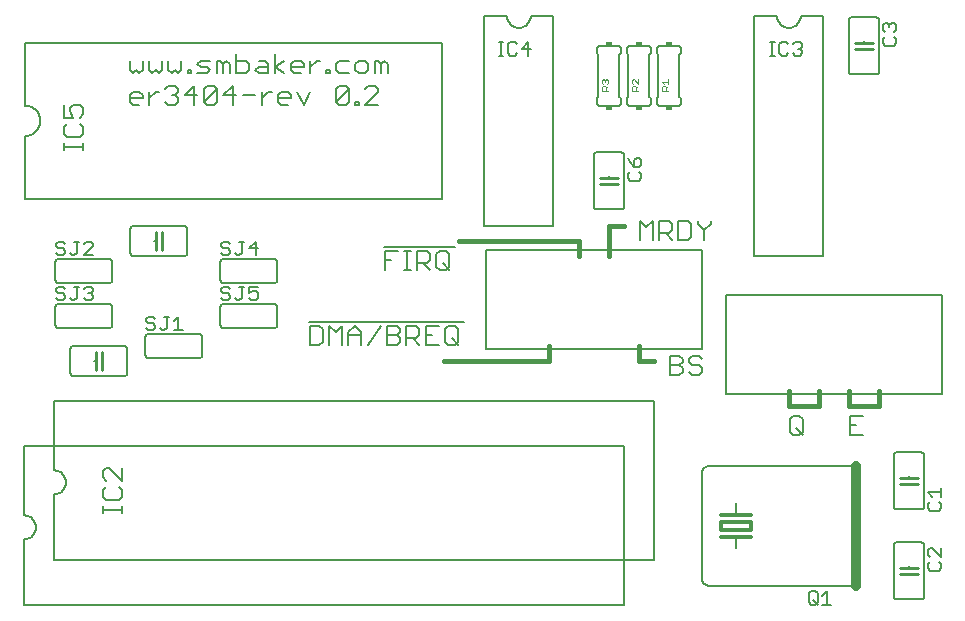
<source format=gto>
G75*
%MOIN*%
%OFA0B0*%
%FSLAX24Y24*%
%IPPOS*%
%LPD*%
%AMOC8*
5,1,8,0,0,1.08239X$1,22.5*
%
%ADD10C,0.0160*%
%ADD11C,0.0060*%
%ADD12C,0.0100*%
%ADD13C,0.0050*%
%ADD14C,0.0070*%
%ADD15C,0.0320*%
%ADD16C,0.0120*%
%ADD17R,0.0200X0.0150*%
%ADD18C,0.0020*%
D10*
X015180Y010180D02*
X018680Y010180D01*
X018680Y010680D01*
X021680Y010680D02*
X021680Y010180D01*
X022180Y010180D01*
X026680Y009180D02*
X026680Y008680D01*
X027680Y008680D01*
X027680Y009180D01*
X028680Y009180D02*
X028680Y008680D01*
X029680Y008680D01*
X029680Y009180D01*
X021180Y014680D02*
X020680Y014680D01*
X020680Y013680D01*
X019680Y013680D02*
X019680Y014180D01*
X015680Y014180D01*
D11*
X001180Y004230D02*
X001180Y002030D01*
X021180Y002030D01*
X021180Y007330D01*
X001180Y007330D01*
X001180Y005030D01*
X001219Y005028D01*
X001258Y005022D01*
X001296Y005013D01*
X001333Y005000D01*
X001369Y004983D01*
X001402Y004963D01*
X001434Y004939D01*
X001463Y004913D01*
X001489Y004884D01*
X001513Y004852D01*
X001533Y004819D01*
X001550Y004783D01*
X001563Y004746D01*
X001572Y004708D01*
X001578Y004669D01*
X001580Y004630D01*
X001578Y004591D01*
X001572Y004552D01*
X001563Y004514D01*
X001550Y004477D01*
X001533Y004441D01*
X001513Y004408D01*
X001489Y004376D01*
X001463Y004347D01*
X001434Y004321D01*
X001402Y004297D01*
X001369Y004277D01*
X001333Y004260D01*
X001296Y004247D01*
X001258Y004238D01*
X001219Y004232D01*
X001180Y004230D01*
X002180Y003530D02*
X002180Y005730D01*
X002219Y005732D01*
X002258Y005738D01*
X002296Y005747D01*
X002333Y005760D01*
X002369Y005777D01*
X002402Y005797D01*
X002434Y005821D01*
X002463Y005847D01*
X002489Y005876D01*
X002513Y005908D01*
X002533Y005941D01*
X002550Y005977D01*
X002563Y006014D01*
X002572Y006052D01*
X002578Y006091D01*
X002580Y006130D01*
X002578Y006169D01*
X002572Y006208D01*
X002563Y006246D01*
X002550Y006283D01*
X002533Y006319D01*
X002513Y006352D01*
X002489Y006384D01*
X002463Y006413D01*
X002434Y006439D01*
X002402Y006463D01*
X002369Y006483D01*
X002333Y006500D01*
X002296Y006513D01*
X002258Y006522D01*
X002219Y006528D01*
X002180Y006530D01*
X002180Y008830D01*
X022180Y008830D01*
X022180Y003530D01*
X002180Y003530D01*
X003809Y005110D02*
X003809Y005324D01*
X003809Y005217D02*
X004450Y005217D01*
X004450Y005110D02*
X004450Y005324D01*
X004343Y005540D02*
X003916Y005540D01*
X003809Y005646D01*
X003809Y005860D01*
X003916Y005967D01*
X003916Y006184D02*
X003809Y006291D01*
X003809Y006505D01*
X003916Y006611D01*
X004023Y006611D01*
X004450Y006184D01*
X004450Y006611D01*
X004343Y005967D02*
X004450Y005860D01*
X004450Y005646D01*
X004343Y005540D01*
X004530Y009680D02*
X002830Y009680D01*
X002813Y009682D01*
X002796Y009686D01*
X002780Y009693D01*
X002766Y009703D01*
X002753Y009716D01*
X002743Y009730D01*
X002736Y009746D01*
X002732Y009763D01*
X002730Y009780D01*
X002730Y010580D01*
X002732Y010597D01*
X002736Y010614D01*
X002743Y010630D01*
X002753Y010644D01*
X002766Y010657D01*
X002780Y010667D01*
X002796Y010674D01*
X002813Y010678D01*
X002830Y010680D01*
X004530Y010680D01*
X004547Y010678D01*
X004564Y010674D01*
X004580Y010667D01*
X004594Y010657D01*
X004607Y010644D01*
X004617Y010630D01*
X004624Y010614D01*
X004628Y010597D01*
X004630Y010580D01*
X004630Y009780D01*
X004628Y009763D01*
X004624Y009746D01*
X004617Y009730D01*
X004607Y009716D01*
X004594Y009703D01*
X004580Y009693D01*
X004564Y009686D01*
X004547Y009682D01*
X004530Y009680D01*
X003830Y010180D02*
X003780Y010180D01*
X003580Y010180D02*
X003530Y010180D01*
X004030Y011280D02*
X002330Y011280D01*
X002313Y011282D01*
X002296Y011286D01*
X002280Y011293D01*
X002266Y011303D01*
X002253Y011316D01*
X002243Y011330D01*
X002236Y011346D01*
X002232Y011363D01*
X002230Y011380D01*
X002230Y011980D01*
X002232Y011997D01*
X002236Y012014D01*
X002243Y012030D01*
X002253Y012044D01*
X002266Y012057D01*
X002280Y012067D01*
X002296Y012074D01*
X002313Y012078D01*
X002330Y012080D01*
X004030Y012080D01*
X004047Y012078D01*
X004064Y012074D01*
X004080Y012067D01*
X004094Y012057D01*
X004107Y012044D01*
X004117Y012030D01*
X004124Y012014D01*
X004128Y011997D01*
X004130Y011980D01*
X004130Y011380D01*
X004128Y011363D01*
X004124Y011346D01*
X004117Y011330D01*
X004107Y011316D01*
X004094Y011303D01*
X004080Y011293D01*
X004064Y011286D01*
X004047Y011282D01*
X004030Y011280D01*
X005230Y010980D02*
X005230Y010380D01*
X005232Y010363D01*
X005236Y010346D01*
X005243Y010330D01*
X005253Y010316D01*
X005266Y010303D01*
X005280Y010293D01*
X005296Y010286D01*
X005313Y010282D01*
X005330Y010280D01*
X007030Y010280D01*
X007047Y010282D01*
X007064Y010286D01*
X007080Y010293D01*
X007094Y010303D01*
X007107Y010316D01*
X007117Y010330D01*
X007124Y010346D01*
X007128Y010363D01*
X007130Y010380D01*
X007130Y010980D01*
X007128Y010997D01*
X007124Y011014D01*
X007117Y011030D01*
X007107Y011044D01*
X007094Y011057D01*
X007080Y011067D01*
X007064Y011074D01*
X007047Y011078D01*
X007030Y011080D01*
X005330Y011080D01*
X005313Y011078D01*
X005296Y011074D01*
X005280Y011067D01*
X005266Y011057D01*
X005253Y011044D01*
X005243Y011030D01*
X005236Y011014D01*
X005232Y010997D01*
X005230Y010980D01*
X004030Y012780D02*
X002330Y012780D01*
X002313Y012782D01*
X002296Y012786D01*
X002280Y012793D01*
X002266Y012803D01*
X002253Y012816D01*
X002243Y012830D01*
X002236Y012846D01*
X002232Y012863D01*
X002230Y012880D01*
X002230Y013480D01*
X002232Y013497D01*
X002236Y013514D01*
X002243Y013530D01*
X002253Y013544D01*
X002266Y013557D01*
X002280Y013567D01*
X002296Y013574D01*
X002313Y013578D01*
X002330Y013580D01*
X004030Y013580D01*
X004047Y013578D01*
X004064Y013574D01*
X004080Y013567D01*
X004094Y013557D01*
X004107Y013544D01*
X004117Y013530D01*
X004124Y013514D01*
X004128Y013497D01*
X004130Y013480D01*
X004130Y012880D01*
X004128Y012863D01*
X004124Y012846D01*
X004117Y012830D01*
X004107Y012816D01*
X004094Y012803D01*
X004080Y012793D01*
X004064Y012786D01*
X004047Y012782D01*
X004030Y012780D01*
X004830Y013680D02*
X006530Y013680D01*
X006547Y013682D01*
X006564Y013686D01*
X006580Y013693D01*
X006594Y013703D01*
X006607Y013716D01*
X006617Y013730D01*
X006624Y013746D01*
X006628Y013763D01*
X006630Y013780D01*
X006630Y014580D01*
X006628Y014597D01*
X006624Y014614D01*
X006617Y014630D01*
X006607Y014644D01*
X006594Y014657D01*
X006580Y014667D01*
X006564Y014674D01*
X006547Y014678D01*
X006530Y014680D01*
X004830Y014680D01*
X004813Y014678D01*
X004796Y014674D01*
X004780Y014667D01*
X004766Y014657D01*
X004753Y014644D01*
X004743Y014630D01*
X004736Y014614D01*
X004732Y014597D01*
X004730Y014580D01*
X004730Y013780D01*
X004732Y013763D01*
X004736Y013746D01*
X004743Y013730D01*
X004753Y013716D01*
X004766Y013703D01*
X004780Y013693D01*
X004796Y013686D01*
X004813Y013682D01*
X004830Y013680D01*
X005530Y014180D02*
X005580Y014180D01*
X005780Y014180D02*
X005830Y014180D01*
X007730Y013480D02*
X007730Y012880D01*
X007732Y012863D01*
X007736Y012846D01*
X007743Y012830D01*
X007753Y012816D01*
X007766Y012803D01*
X007780Y012793D01*
X007796Y012786D01*
X007813Y012782D01*
X007830Y012780D01*
X009530Y012780D01*
X009547Y012782D01*
X009564Y012786D01*
X009580Y012793D01*
X009594Y012803D01*
X009607Y012816D01*
X009617Y012830D01*
X009624Y012846D01*
X009628Y012863D01*
X009630Y012880D01*
X009630Y013480D01*
X009628Y013497D01*
X009624Y013514D01*
X009617Y013530D01*
X009607Y013544D01*
X009594Y013557D01*
X009580Y013567D01*
X009564Y013574D01*
X009547Y013578D01*
X009530Y013580D01*
X007830Y013580D01*
X007813Y013578D01*
X007796Y013574D01*
X007780Y013567D01*
X007766Y013557D01*
X007753Y013544D01*
X007743Y013530D01*
X007736Y013514D01*
X007732Y013497D01*
X007730Y013480D01*
X007830Y012080D02*
X009530Y012080D01*
X009547Y012078D01*
X009564Y012074D01*
X009580Y012067D01*
X009594Y012057D01*
X009607Y012044D01*
X009617Y012030D01*
X009624Y012014D01*
X009628Y011997D01*
X009630Y011980D01*
X009630Y011380D01*
X009628Y011363D01*
X009624Y011346D01*
X009617Y011330D01*
X009607Y011316D01*
X009594Y011303D01*
X009580Y011293D01*
X009564Y011286D01*
X009547Y011282D01*
X009530Y011280D01*
X007830Y011280D01*
X007813Y011282D01*
X007796Y011286D01*
X007780Y011293D01*
X007766Y011303D01*
X007753Y011316D01*
X007743Y011330D01*
X007736Y011346D01*
X007732Y011363D01*
X007730Y011380D01*
X007730Y011980D01*
X007732Y011997D01*
X007736Y012014D01*
X007743Y012030D01*
X007753Y012044D01*
X007766Y012057D01*
X007780Y012067D01*
X007796Y012074D01*
X007813Y012078D01*
X007830Y012080D01*
X010680Y011470D02*
X015836Y011470D01*
X015649Y011244D02*
X015649Y010817D01*
X015542Y010710D01*
X015329Y010710D01*
X015222Y010817D01*
X015222Y011244D01*
X015329Y011351D01*
X015542Y011351D01*
X015649Y011244D01*
X015435Y010924D02*
X015649Y010710D01*
X015004Y010710D02*
X014577Y010710D01*
X014577Y011351D01*
X015004Y011351D01*
X014791Y011030D02*
X014577Y011030D01*
X014360Y011030D02*
X014253Y010924D01*
X013933Y010924D01*
X014146Y010924D02*
X014360Y010710D01*
X013933Y010710D02*
X013933Y011351D01*
X014253Y011351D01*
X014360Y011244D01*
X014360Y011030D01*
X013715Y010924D02*
X013715Y010817D01*
X013608Y010710D01*
X013288Y010710D01*
X013288Y011351D01*
X013608Y011351D01*
X013715Y011244D01*
X013715Y011137D01*
X013608Y011030D01*
X013288Y011030D01*
X013608Y011030D02*
X013715Y010924D01*
X013071Y011351D02*
X012644Y010710D01*
X012426Y010710D02*
X012426Y011137D01*
X012213Y011351D01*
X011999Y011137D01*
X011999Y010710D01*
X011782Y010710D02*
X011782Y011351D01*
X011568Y011137D01*
X011355Y011351D01*
X011355Y010710D01*
X011137Y010817D02*
X011137Y011244D01*
X011030Y011351D01*
X010710Y011351D01*
X010710Y010710D01*
X011030Y010710D01*
X011137Y010817D01*
X011999Y011030D02*
X012426Y011030D01*
X013210Y013210D02*
X013210Y013851D01*
X013637Y013851D01*
X013855Y013851D02*
X014068Y013851D01*
X013961Y013851D02*
X013961Y013210D01*
X013855Y013210D02*
X014068Y013210D01*
X014284Y013210D02*
X014284Y013851D01*
X014605Y013851D01*
X014711Y013744D01*
X014711Y013530D01*
X014605Y013424D01*
X014284Y013424D01*
X014498Y013424D02*
X014711Y013210D01*
X014929Y013317D02*
X015036Y013210D01*
X015249Y013210D01*
X015356Y013317D01*
X015356Y013744D01*
X015249Y013851D01*
X015036Y013851D01*
X014929Y013744D01*
X014929Y013317D01*
X015142Y013424D02*
X015356Y013210D01*
X015543Y013970D02*
X013180Y013970D01*
X013210Y013530D02*
X013424Y013530D01*
X015130Y015580D02*
X001230Y015580D01*
X001230Y017680D01*
X001274Y017682D01*
X001317Y017688D01*
X001359Y017697D01*
X001401Y017710D01*
X001441Y017727D01*
X001480Y017747D01*
X001517Y017770D01*
X001551Y017797D01*
X001584Y017826D01*
X001613Y017859D01*
X001640Y017893D01*
X001663Y017930D01*
X001683Y017969D01*
X001700Y018009D01*
X001713Y018051D01*
X001722Y018093D01*
X001728Y018136D01*
X001730Y018180D01*
X001728Y018224D01*
X001722Y018267D01*
X001713Y018309D01*
X001700Y018351D01*
X001683Y018391D01*
X001663Y018430D01*
X001640Y018467D01*
X001613Y018501D01*
X001584Y018534D01*
X001551Y018563D01*
X001517Y018590D01*
X001480Y018613D01*
X001441Y018633D01*
X001401Y018650D01*
X001359Y018663D01*
X001317Y018672D01*
X001274Y018678D01*
X001230Y018680D01*
X001230Y020780D01*
X015130Y020780D01*
X015130Y015580D01*
X016530Y014680D02*
X018830Y014680D01*
X018830Y021680D01*
X018080Y021680D01*
X018078Y021641D01*
X018072Y021602D01*
X018063Y021564D01*
X018050Y021527D01*
X018033Y021491D01*
X018013Y021458D01*
X017989Y021426D01*
X017963Y021397D01*
X017934Y021371D01*
X017902Y021347D01*
X017869Y021327D01*
X017833Y021310D01*
X017796Y021297D01*
X017758Y021288D01*
X017719Y021282D01*
X017680Y021280D01*
X017641Y021282D01*
X017602Y021288D01*
X017564Y021297D01*
X017527Y021310D01*
X017491Y021327D01*
X017458Y021347D01*
X017426Y021371D01*
X017397Y021397D01*
X017371Y021426D01*
X017347Y021458D01*
X017327Y021491D01*
X017310Y021527D01*
X017297Y021564D01*
X017288Y021602D01*
X017282Y021641D01*
X017280Y021680D01*
X016530Y021680D01*
X016530Y014680D01*
X020180Y015330D02*
X020180Y017030D01*
X020182Y017047D01*
X020186Y017064D01*
X020193Y017080D01*
X020203Y017094D01*
X020216Y017107D01*
X020230Y017117D01*
X020246Y017124D01*
X020263Y017128D01*
X020280Y017130D01*
X021080Y017130D01*
X021097Y017128D01*
X021114Y017124D01*
X021130Y017117D01*
X021144Y017107D01*
X021157Y017094D01*
X021167Y017080D01*
X021174Y017064D01*
X021178Y017047D01*
X021180Y017030D01*
X021180Y015330D01*
X021178Y015313D01*
X021174Y015296D01*
X021167Y015280D01*
X021157Y015266D01*
X021144Y015253D01*
X021130Y015243D01*
X021114Y015236D01*
X021097Y015232D01*
X021080Y015230D01*
X020280Y015230D01*
X020263Y015232D01*
X020246Y015236D01*
X020230Y015243D01*
X020216Y015253D01*
X020203Y015266D01*
X020193Y015280D01*
X020186Y015296D01*
X020182Y015313D01*
X020180Y015330D01*
X020680Y016030D02*
X020680Y016080D01*
X020680Y016280D02*
X020680Y016330D01*
X021710Y014851D02*
X021924Y014637D01*
X022137Y014851D01*
X022137Y014210D01*
X022355Y014210D02*
X022355Y014851D01*
X022675Y014851D01*
X022782Y014744D01*
X022782Y014530D01*
X022675Y014424D01*
X022355Y014424D01*
X022568Y014424D02*
X022782Y014210D01*
X022999Y014210D02*
X023319Y014210D01*
X023426Y014317D01*
X023426Y014744D01*
X023319Y014851D01*
X022999Y014851D01*
X022999Y014210D01*
X023644Y014744D02*
X023857Y014530D01*
X023857Y014210D01*
X023857Y014530D02*
X024071Y014744D01*
X024071Y014851D01*
X023644Y014851D02*
X023644Y014744D01*
X025530Y013680D02*
X027830Y013680D01*
X027830Y021680D01*
X027080Y021680D01*
X027078Y021641D01*
X027072Y021602D01*
X027063Y021564D01*
X027050Y021527D01*
X027033Y021491D01*
X027013Y021458D01*
X026989Y021426D01*
X026963Y021397D01*
X026934Y021371D01*
X026902Y021347D01*
X026869Y021327D01*
X026833Y021310D01*
X026796Y021297D01*
X026758Y021288D01*
X026719Y021282D01*
X026680Y021280D01*
X026641Y021282D01*
X026602Y021288D01*
X026564Y021297D01*
X026527Y021310D01*
X026491Y021327D01*
X026458Y021347D01*
X026426Y021371D01*
X026397Y021397D01*
X026371Y021426D01*
X026347Y021458D01*
X026327Y021491D01*
X026310Y021527D01*
X026297Y021564D01*
X026288Y021602D01*
X026282Y021641D01*
X026280Y021680D01*
X025530Y021680D01*
X025530Y013680D01*
X021710Y014210D02*
X021710Y014851D01*
X021980Y018680D02*
X021380Y018680D01*
X021363Y018682D01*
X021346Y018686D01*
X021330Y018693D01*
X021316Y018703D01*
X021303Y018716D01*
X021293Y018730D01*
X021286Y018746D01*
X021282Y018763D01*
X021280Y018780D01*
X021280Y018930D01*
X021330Y018980D01*
X021330Y020380D01*
X021280Y020430D01*
X021280Y020580D01*
X021282Y020597D01*
X021286Y020614D01*
X021293Y020630D01*
X021303Y020644D01*
X021316Y020657D01*
X021330Y020667D01*
X021346Y020674D01*
X021363Y020678D01*
X021380Y020680D01*
X021980Y020680D01*
X021997Y020678D01*
X022014Y020674D01*
X022030Y020667D01*
X022044Y020657D01*
X022057Y020644D01*
X022067Y020630D01*
X022074Y020614D01*
X022078Y020597D01*
X022080Y020580D01*
X022080Y020430D01*
X022030Y020380D01*
X022030Y018980D01*
X022080Y018930D01*
X022080Y018780D01*
X022078Y018763D01*
X022074Y018746D01*
X022067Y018730D01*
X022057Y018716D01*
X022044Y018703D01*
X022030Y018693D01*
X022014Y018686D01*
X021997Y018682D01*
X021980Y018680D01*
X022280Y018780D02*
X022280Y018930D01*
X022330Y018980D01*
X022330Y020380D01*
X022280Y020430D01*
X022280Y020580D01*
X022282Y020597D01*
X022286Y020614D01*
X022293Y020630D01*
X022303Y020644D01*
X022316Y020657D01*
X022330Y020667D01*
X022346Y020674D01*
X022363Y020678D01*
X022380Y020680D01*
X022980Y020680D01*
X022997Y020678D01*
X023014Y020674D01*
X023030Y020667D01*
X023044Y020657D01*
X023057Y020644D01*
X023067Y020630D01*
X023074Y020614D01*
X023078Y020597D01*
X023080Y020580D01*
X023080Y020430D01*
X023030Y020380D01*
X023030Y018980D01*
X023080Y018930D01*
X023080Y018780D01*
X023078Y018763D01*
X023074Y018746D01*
X023067Y018730D01*
X023057Y018716D01*
X023044Y018703D01*
X023030Y018693D01*
X023014Y018686D01*
X022997Y018682D01*
X022980Y018680D01*
X022380Y018680D01*
X022363Y018682D01*
X022346Y018686D01*
X022330Y018693D01*
X022316Y018703D01*
X022303Y018716D01*
X022293Y018730D01*
X022286Y018746D01*
X022282Y018763D01*
X022280Y018780D01*
X021080Y018780D02*
X021080Y018930D01*
X021030Y018980D01*
X021030Y020380D01*
X021080Y020430D01*
X021080Y020580D01*
X021078Y020597D01*
X021074Y020614D01*
X021067Y020630D01*
X021057Y020644D01*
X021044Y020657D01*
X021030Y020667D01*
X021014Y020674D01*
X020997Y020678D01*
X020980Y020680D01*
X020380Y020680D01*
X020363Y020678D01*
X020346Y020674D01*
X020330Y020667D01*
X020316Y020657D01*
X020303Y020644D01*
X020293Y020630D01*
X020286Y020614D01*
X020282Y020597D01*
X020280Y020580D01*
X020280Y020430D01*
X020330Y020380D01*
X020330Y018980D01*
X020280Y018930D01*
X020280Y018780D01*
X020282Y018763D01*
X020286Y018746D01*
X020293Y018730D01*
X020303Y018716D01*
X020316Y018703D01*
X020330Y018693D01*
X020346Y018686D01*
X020363Y018682D01*
X020380Y018680D01*
X020980Y018680D01*
X020997Y018682D01*
X021014Y018686D01*
X021030Y018693D01*
X021044Y018703D01*
X021057Y018716D01*
X021067Y018730D01*
X021074Y018746D01*
X021078Y018763D01*
X021080Y018780D01*
X028680Y019830D02*
X028680Y021530D01*
X028682Y021547D01*
X028686Y021564D01*
X028693Y021580D01*
X028703Y021594D01*
X028716Y021607D01*
X028730Y021617D01*
X028746Y021624D01*
X028763Y021628D01*
X028780Y021630D01*
X029580Y021630D01*
X029597Y021628D01*
X029614Y021624D01*
X029630Y021617D01*
X029644Y021607D01*
X029657Y021594D01*
X029667Y021580D01*
X029674Y021564D01*
X029678Y021547D01*
X029680Y021530D01*
X029680Y019830D01*
X029678Y019813D01*
X029674Y019796D01*
X029667Y019780D01*
X029657Y019766D01*
X029644Y019753D01*
X029630Y019743D01*
X029614Y019736D01*
X029597Y019732D01*
X029580Y019730D01*
X028780Y019730D01*
X028763Y019732D01*
X028746Y019736D01*
X028730Y019743D01*
X028716Y019753D01*
X028703Y019766D01*
X028693Y019780D01*
X028686Y019796D01*
X028682Y019813D01*
X028680Y019830D01*
X029180Y020530D02*
X029180Y020580D01*
X029180Y020780D02*
X029180Y020830D01*
X023675Y010351D02*
X023461Y010351D01*
X023355Y010244D01*
X023355Y010137D01*
X023461Y010030D01*
X023675Y010030D01*
X023782Y009924D01*
X023782Y009817D01*
X023675Y009710D01*
X023461Y009710D01*
X023355Y009817D01*
X023137Y009817D02*
X023137Y009924D01*
X023030Y010030D01*
X022710Y010030D01*
X022710Y009710D02*
X023030Y009710D01*
X023137Y009817D01*
X023030Y010030D02*
X023137Y010137D01*
X023137Y010244D01*
X023030Y010351D01*
X022710Y010351D01*
X022710Y009710D01*
X023675Y010351D02*
X023782Y010244D01*
X026710Y008244D02*
X026817Y008351D01*
X027030Y008351D01*
X027137Y008244D01*
X027137Y007817D01*
X027030Y007710D01*
X026817Y007710D01*
X026710Y007817D01*
X026710Y008244D01*
X026924Y007924D02*
X027137Y007710D01*
X028710Y007710D02*
X029137Y007710D01*
X028924Y008030D02*
X028710Y008030D01*
X028710Y007710D02*
X028710Y008351D01*
X029137Y008351D01*
X030280Y007130D02*
X031080Y007130D01*
X031097Y007128D01*
X031114Y007124D01*
X031130Y007117D01*
X031144Y007107D01*
X031157Y007094D01*
X031167Y007080D01*
X031174Y007064D01*
X031178Y007047D01*
X031180Y007030D01*
X031180Y005330D01*
X031178Y005313D01*
X031174Y005296D01*
X031167Y005280D01*
X031157Y005266D01*
X031144Y005253D01*
X031130Y005243D01*
X031114Y005236D01*
X031097Y005232D01*
X031080Y005230D01*
X030280Y005230D01*
X030263Y005232D01*
X030246Y005236D01*
X030230Y005243D01*
X030216Y005253D01*
X030203Y005266D01*
X030193Y005280D01*
X030186Y005296D01*
X030182Y005313D01*
X030180Y005330D01*
X030180Y007030D01*
X030182Y007047D01*
X030186Y007064D01*
X030193Y007080D01*
X030203Y007094D01*
X030216Y007107D01*
X030230Y007117D01*
X030246Y007124D01*
X030263Y007128D01*
X030280Y007130D01*
X030680Y006330D02*
X030680Y006280D01*
X030680Y006080D02*
X030680Y006030D01*
X028930Y006680D02*
X024030Y006680D01*
X024000Y006678D01*
X023970Y006673D01*
X023941Y006664D01*
X023914Y006651D01*
X023888Y006636D01*
X023864Y006617D01*
X023843Y006596D01*
X023824Y006572D01*
X023809Y006546D01*
X023796Y006519D01*
X023787Y006490D01*
X023782Y006460D01*
X023780Y006430D01*
X023780Y002930D01*
X023782Y002900D01*
X023787Y002870D01*
X023796Y002841D01*
X023809Y002814D01*
X023824Y002788D01*
X023843Y002764D01*
X023864Y002743D01*
X023888Y002724D01*
X023914Y002709D01*
X023941Y002696D01*
X023970Y002687D01*
X024000Y002682D01*
X024030Y002680D01*
X028930Y002680D01*
X030180Y002330D02*
X030180Y004030D01*
X030182Y004047D01*
X030186Y004064D01*
X030193Y004080D01*
X030203Y004094D01*
X030216Y004107D01*
X030230Y004117D01*
X030246Y004124D01*
X030263Y004128D01*
X030280Y004130D01*
X031080Y004130D01*
X031097Y004128D01*
X031114Y004124D01*
X031130Y004117D01*
X031144Y004107D01*
X031157Y004094D01*
X031167Y004080D01*
X031174Y004064D01*
X031178Y004047D01*
X031180Y004030D01*
X031180Y002330D01*
X031178Y002313D01*
X031174Y002296D01*
X031167Y002280D01*
X031157Y002266D01*
X031144Y002253D01*
X031130Y002243D01*
X031114Y002236D01*
X031097Y002232D01*
X031080Y002230D01*
X030280Y002230D01*
X030263Y002232D01*
X030246Y002236D01*
X030230Y002243D01*
X030216Y002253D01*
X030203Y002266D01*
X030193Y002280D01*
X030186Y002296D01*
X030182Y002313D01*
X030180Y002330D01*
X030680Y003030D02*
X030680Y003080D01*
X030680Y003280D02*
X030680Y003330D01*
X024930Y003930D02*
X024930Y004310D01*
X024930Y005050D02*
X024930Y005430D01*
X012979Y018710D02*
X012552Y018710D01*
X012979Y019137D01*
X012979Y019244D01*
X012872Y019351D01*
X012659Y019351D01*
X012552Y019244D01*
X012012Y019244D02*
X011585Y018817D01*
X011692Y018710D01*
X011905Y018710D01*
X012012Y018817D01*
X012012Y019244D01*
X011905Y019351D01*
X011692Y019351D01*
X011585Y019244D01*
X011585Y018817D01*
X012230Y018817D02*
X012230Y018710D01*
X012337Y018710D01*
X012337Y018817D01*
X012230Y018817D01*
X012337Y019760D02*
X012230Y019867D01*
X012230Y020080D01*
X012337Y020187D01*
X012550Y020187D01*
X012657Y020080D01*
X012657Y019867D01*
X012550Y019760D01*
X012337Y019760D01*
X012012Y019760D02*
X011692Y019760D01*
X011585Y019867D01*
X011585Y020080D01*
X011692Y020187D01*
X012012Y020187D01*
X011370Y019867D02*
X011370Y019760D01*
X011263Y019760D01*
X011263Y019867D01*
X011370Y019867D01*
X011046Y020187D02*
X010939Y020187D01*
X010726Y019974D01*
X010726Y020187D02*
X010726Y019760D01*
X010508Y019974D02*
X010081Y019974D01*
X010081Y020080D02*
X010188Y020187D01*
X010402Y020187D01*
X010508Y020080D01*
X010508Y019974D01*
X010402Y019760D02*
X010188Y019760D01*
X010081Y019867D01*
X010081Y020080D01*
X009864Y020187D02*
X009544Y019974D01*
X009864Y019760D01*
X009544Y019760D02*
X009544Y020401D01*
X009327Y020080D02*
X009220Y020187D01*
X009006Y020187D01*
X009006Y019974D02*
X009327Y019974D01*
X009327Y020080D02*
X009327Y019760D01*
X009006Y019760D01*
X008900Y019867D01*
X009006Y019974D01*
X008682Y020080D02*
X008682Y019867D01*
X008575Y019760D01*
X008255Y019760D01*
X008255Y020401D01*
X008255Y020187D02*
X008575Y020187D01*
X008682Y020080D01*
X008038Y020080D02*
X008038Y019760D01*
X007824Y019760D02*
X007824Y020080D01*
X007931Y020187D01*
X008038Y020080D01*
X007824Y020080D02*
X007717Y020187D01*
X007610Y020187D01*
X007610Y019760D01*
X007393Y019867D02*
X007286Y019974D01*
X007073Y019974D01*
X006966Y020080D01*
X007073Y020187D01*
X007393Y020187D01*
X007393Y019867D02*
X007286Y019760D01*
X006966Y019760D01*
X006750Y019760D02*
X006644Y019760D01*
X006644Y019867D01*
X006750Y019867D01*
X006750Y019760D01*
X006426Y019867D02*
X006426Y020187D01*
X005999Y020187D02*
X005999Y019867D01*
X006106Y019760D01*
X006213Y019867D01*
X006319Y019760D01*
X006426Y019867D01*
X006212Y019351D02*
X005998Y019351D01*
X005892Y019244D01*
X005675Y019137D02*
X005568Y019137D01*
X005355Y018924D01*
X005355Y019137D02*
X005355Y018710D01*
X005137Y018924D02*
X004710Y018924D01*
X004710Y019030D02*
X004710Y018817D01*
X004817Y018710D01*
X005030Y018710D01*
X005137Y018924D02*
X005137Y019030D01*
X005030Y019137D01*
X004817Y019137D01*
X004710Y019030D01*
X004817Y019760D02*
X004924Y019867D01*
X005030Y019760D01*
X005137Y019867D01*
X005137Y020187D01*
X005355Y020187D02*
X005355Y019867D01*
X005461Y019760D01*
X005568Y019867D01*
X005675Y019760D01*
X005782Y019867D01*
X005782Y020187D01*
X004817Y019760D02*
X004710Y019867D01*
X004710Y020187D01*
X006212Y019351D02*
X006319Y019244D01*
X006319Y019137D01*
X006212Y019030D01*
X006319Y018924D01*
X006319Y018817D01*
X006212Y018710D01*
X005998Y018710D01*
X005892Y018817D01*
X006105Y019030D02*
X006212Y019030D01*
X006536Y019030D02*
X006963Y019030D01*
X007181Y018817D02*
X007608Y019244D01*
X007608Y018817D01*
X007501Y018710D01*
X007288Y018710D01*
X007181Y018817D01*
X007181Y019244D01*
X007288Y019351D01*
X007501Y019351D01*
X007608Y019244D01*
X007825Y019030D02*
X008252Y019030D01*
X008470Y019030D02*
X008897Y019030D01*
X009114Y018924D02*
X009328Y019137D01*
X009435Y019137D01*
X009652Y019030D02*
X009758Y019137D01*
X009972Y019137D01*
X010079Y019030D01*
X010079Y018924D01*
X009652Y018924D01*
X009652Y019030D02*
X009652Y018817D01*
X009758Y018710D01*
X009972Y018710D01*
X010296Y019137D02*
X010510Y018710D01*
X010723Y019137D01*
X009114Y019137D02*
X009114Y018710D01*
X008146Y018710D02*
X008146Y019351D01*
X007825Y019030D01*
X006856Y018710D02*
X006856Y019351D01*
X006536Y019030D01*
X012874Y019760D02*
X012874Y020187D01*
X012981Y020187D01*
X013088Y020080D01*
X013195Y020187D01*
X013301Y020080D01*
X013301Y019760D01*
X013088Y019760D02*
X013088Y020080D01*
D12*
X020380Y016280D02*
X020680Y016280D01*
X020980Y016280D01*
X020980Y016080D02*
X020680Y016080D01*
X020380Y016080D01*
X028880Y020580D02*
X029180Y020580D01*
X029480Y020580D01*
X029480Y020780D02*
X029180Y020780D01*
X028880Y020780D01*
X030380Y006280D02*
X030680Y006280D01*
X030980Y006280D01*
X030980Y006080D02*
X030680Y006080D01*
X030380Y006080D01*
X030380Y003280D02*
X030680Y003280D01*
X030980Y003280D01*
X030980Y003080D02*
X030680Y003080D01*
X030380Y003080D01*
X005780Y013880D02*
X005780Y014180D01*
X005780Y014480D01*
X005580Y014480D02*
X005580Y014180D01*
X005580Y013880D01*
X003780Y010480D02*
X003780Y010180D01*
X003780Y009880D01*
X003580Y009880D02*
X003580Y010180D01*
X003580Y010480D01*
D13*
X005255Y011280D02*
X005330Y011205D01*
X005480Y011205D01*
X005555Y011280D01*
X005555Y011355D01*
X005480Y011430D01*
X005330Y011430D01*
X005255Y011505D01*
X005255Y011580D01*
X005330Y011655D01*
X005480Y011655D01*
X005555Y011580D01*
X005866Y011655D02*
X006016Y011655D01*
X005941Y011655D02*
X005941Y011280D01*
X005866Y011205D01*
X005790Y011205D01*
X005715Y011280D01*
X006176Y011205D02*
X006476Y011205D01*
X006326Y011205D02*
X006326Y011655D01*
X006176Y011505D01*
X007755Y012280D02*
X007830Y012205D01*
X007980Y012205D01*
X008055Y012280D01*
X008055Y012355D01*
X007980Y012430D01*
X007830Y012430D01*
X007755Y012505D01*
X007755Y012580D01*
X007830Y012655D01*
X007980Y012655D01*
X008055Y012580D01*
X008366Y012655D02*
X008516Y012655D01*
X008441Y012655D02*
X008441Y012280D01*
X008366Y012205D01*
X008290Y012205D01*
X008215Y012280D01*
X008676Y012280D02*
X008751Y012205D01*
X008901Y012205D01*
X008976Y012280D01*
X008976Y012430D01*
X008901Y012505D01*
X008826Y012505D01*
X008676Y012430D01*
X008676Y012655D01*
X008976Y012655D01*
X008901Y013705D02*
X008901Y014155D01*
X008676Y013930D01*
X008976Y013930D01*
X008516Y014155D02*
X008366Y014155D01*
X008441Y014155D02*
X008441Y013780D01*
X008366Y013705D01*
X008290Y013705D01*
X008215Y013780D01*
X008055Y013780D02*
X007980Y013705D01*
X007830Y013705D01*
X007755Y013780D01*
X007830Y013930D02*
X007755Y014005D01*
X007755Y014080D01*
X007830Y014155D01*
X007980Y014155D01*
X008055Y014080D01*
X007980Y013930D02*
X008055Y013855D01*
X008055Y013780D01*
X007980Y013930D02*
X007830Y013930D01*
X003476Y014005D02*
X003476Y014080D01*
X003401Y014155D01*
X003251Y014155D01*
X003176Y014080D01*
X003016Y014155D02*
X002866Y014155D01*
X002941Y014155D02*
X002941Y013780D01*
X002866Y013705D01*
X002790Y013705D01*
X002715Y013780D01*
X002555Y013780D02*
X002480Y013705D01*
X002330Y013705D01*
X002255Y013780D01*
X002330Y013930D02*
X002255Y014005D01*
X002255Y014080D01*
X002330Y014155D01*
X002480Y014155D01*
X002555Y014080D01*
X002480Y013930D02*
X002555Y013855D01*
X002555Y013780D01*
X002480Y013930D02*
X002330Y013930D01*
X003176Y013705D02*
X003476Y014005D01*
X003476Y013705D02*
X003176Y013705D01*
X003251Y012655D02*
X003176Y012580D01*
X003251Y012655D02*
X003401Y012655D01*
X003476Y012580D01*
X003476Y012505D01*
X003401Y012430D01*
X003476Y012355D01*
X003476Y012280D01*
X003401Y012205D01*
X003251Y012205D01*
X003176Y012280D01*
X003326Y012430D02*
X003401Y012430D01*
X003016Y012655D02*
X002866Y012655D01*
X002941Y012655D02*
X002941Y012280D01*
X002866Y012205D01*
X002790Y012205D01*
X002715Y012280D01*
X002555Y012280D02*
X002555Y012355D01*
X002480Y012430D01*
X002330Y012430D01*
X002255Y012505D01*
X002255Y012580D01*
X002330Y012655D01*
X002480Y012655D01*
X002555Y012580D01*
X002555Y012280D02*
X002480Y012205D01*
X002330Y012205D01*
X002255Y012280D01*
X016580Y013880D02*
X016580Y010580D01*
X023780Y010580D01*
X023780Y013880D01*
X016580Y013880D01*
X021305Y016259D02*
X021380Y016184D01*
X021680Y016184D01*
X021755Y016259D01*
X021755Y016409D01*
X021680Y016484D01*
X021680Y016645D02*
X021755Y016720D01*
X021755Y016870D01*
X021680Y016945D01*
X021605Y016945D01*
X021530Y016870D01*
X021530Y016645D01*
X021680Y016645D01*
X021530Y016645D02*
X021380Y016795D01*
X021305Y016945D01*
X021380Y016484D02*
X021305Y016409D01*
X021305Y016259D01*
X024580Y012380D02*
X024580Y009080D01*
X031780Y009080D01*
X031780Y012380D01*
X024580Y012380D01*
X031755Y005945D02*
X031755Y005645D01*
X031755Y005795D02*
X031305Y005795D01*
X031455Y005645D01*
X031380Y005484D02*
X031305Y005409D01*
X031305Y005259D01*
X031380Y005184D01*
X031680Y005184D01*
X031755Y005259D01*
X031755Y005409D01*
X031680Y005484D01*
X031755Y003945D02*
X031755Y003645D01*
X031455Y003945D01*
X031380Y003945D01*
X031305Y003870D01*
X031305Y003720D01*
X031380Y003645D01*
X031380Y003484D02*
X031305Y003409D01*
X031305Y003259D01*
X031380Y003184D01*
X031680Y003184D01*
X031755Y003259D01*
X031755Y003409D01*
X031680Y003484D01*
X028095Y002055D02*
X027795Y002055D01*
X027945Y002055D02*
X027945Y002505D01*
X027795Y002355D01*
X027634Y002430D02*
X027634Y002130D01*
X027559Y002055D01*
X027409Y002055D01*
X027334Y002130D01*
X027334Y002430D01*
X027409Y002505D01*
X027559Y002505D01*
X027634Y002430D01*
X027484Y002205D02*
X027634Y002055D01*
X027048Y020355D02*
X026897Y020355D01*
X026822Y020430D01*
X026662Y020430D02*
X026587Y020355D01*
X026437Y020355D01*
X026362Y020430D01*
X026362Y020730D01*
X026437Y020805D01*
X026587Y020805D01*
X026662Y020730D01*
X026822Y020730D02*
X026897Y020805D01*
X027048Y020805D01*
X027123Y020730D01*
X027123Y020655D01*
X027048Y020580D01*
X027123Y020505D01*
X027123Y020430D01*
X027048Y020355D01*
X027048Y020580D02*
X026972Y020580D01*
X026205Y020355D02*
X026055Y020355D01*
X026130Y020355D02*
X026130Y020805D01*
X026055Y020805D02*
X026205Y020805D01*
X029805Y020759D02*
X029880Y020684D01*
X030180Y020684D01*
X030255Y020759D01*
X030255Y020909D01*
X030180Y020984D01*
X030180Y021145D02*
X030255Y021220D01*
X030255Y021370D01*
X030180Y021445D01*
X030105Y021445D01*
X030030Y021370D01*
X030030Y021295D01*
X030030Y021370D02*
X029955Y021445D01*
X029880Y021445D01*
X029805Y021370D01*
X029805Y021220D01*
X029880Y021145D01*
X029880Y020984D02*
X029805Y020909D01*
X029805Y020759D01*
X018073Y020580D02*
X017772Y020580D01*
X017998Y020805D01*
X017998Y020355D01*
X017612Y020430D02*
X017537Y020355D01*
X017387Y020355D01*
X017312Y020430D01*
X017312Y020730D01*
X017387Y020805D01*
X017537Y020805D01*
X017612Y020730D01*
X017155Y020805D02*
X017005Y020805D01*
X017080Y020805D02*
X017080Y020355D01*
X017005Y020355D02*
X017155Y020355D01*
D14*
X003145Y018605D02*
X003145Y018394D01*
X003040Y018289D01*
X002830Y018289D02*
X002725Y018499D01*
X002725Y018605D01*
X002830Y018710D01*
X003040Y018710D01*
X003145Y018605D01*
X002830Y018289D02*
X002514Y018289D01*
X002514Y018710D01*
X002620Y018065D02*
X002514Y017960D01*
X002514Y017750D01*
X002620Y017645D01*
X003040Y017645D01*
X003145Y017750D01*
X003145Y017960D01*
X003040Y018065D01*
X003145Y017425D02*
X003145Y017215D01*
X003145Y017320D02*
X002514Y017320D01*
X002514Y017215D02*
X002514Y017425D01*
D15*
X028930Y006680D02*
X028930Y002680D01*
D16*
X025430Y004310D02*
X024930Y004310D01*
X024430Y004310D01*
X024430Y004550D02*
X024430Y004800D01*
X025430Y004800D01*
X025430Y004550D01*
X024430Y004550D01*
X024430Y005050D02*
X024930Y005050D01*
X025430Y005050D01*
D17*
X022680Y018605D03*
X021680Y018605D03*
X020680Y018605D03*
X020680Y020755D03*
X021680Y020755D03*
X022680Y020755D03*
D18*
X022660Y019558D02*
X022660Y019411D01*
X022660Y019484D02*
X022440Y019484D01*
X022513Y019411D01*
X022477Y019337D02*
X022550Y019337D01*
X022587Y019300D01*
X022587Y019190D01*
X022660Y019190D02*
X022440Y019190D01*
X022440Y019300D01*
X022477Y019337D01*
X022587Y019263D02*
X022660Y019337D01*
X021660Y019337D02*
X021587Y019263D01*
X021587Y019300D02*
X021587Y019190D01*
X021660Y019190D02*
X021440Y019190D01*
X021440Y019300D01*
X021477Y019337D01*
X021550Y019337D01*
X021587Y019300D01*
X021660Y019411D02*
X021513Y019558D01*
X021477Y019558D01*
X021440Y019521D01*
X021440Y019448D01*
X021477Y019411D01*
X021660Y019411D02*
X021660Y019558D01*
X020660Y019521D02*
X020660Y019448D01*
X020623Y019411D01*
X020660Y019337D02*
X020587Y019263D01*
X020587Y019300D02*
X020587Y019190D01*
X020660Y019190D02*
X020440Y019190D01*
X020440Y019300D01*
X020477Y019337D01*
X020550Y019337D01*
X020587Y019300D01*
X020477Y019411D02*
X020440Y019448D01*
X020440Y019521D01*
X020477Y019558D01*
X020513Y019558D01*
X020550Y019521D01*
X020587Y019558D01*
X020623Y019558D01*
X020660Y019521D01*
X020550Y019521D02*
X020550Y019484D01*
M02*

</source>
